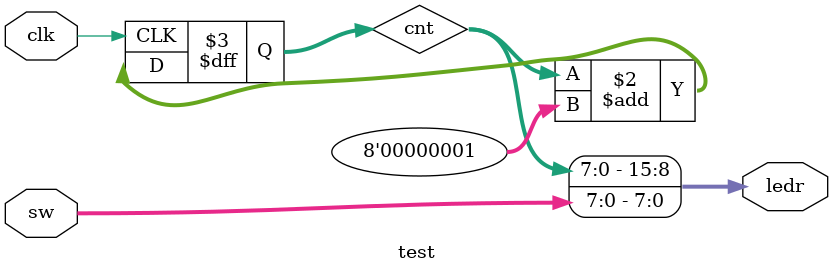
<source format=v>
module test (
    input clk,
    input [7:0] sw,
    output [15:0] ledr
);

reg [7:0] cnt;

always @(posedge clk) begin
    cnt <= cnt + 8'd1;
end

assign ledr = {cnt, sw};

endmodule

</source>
